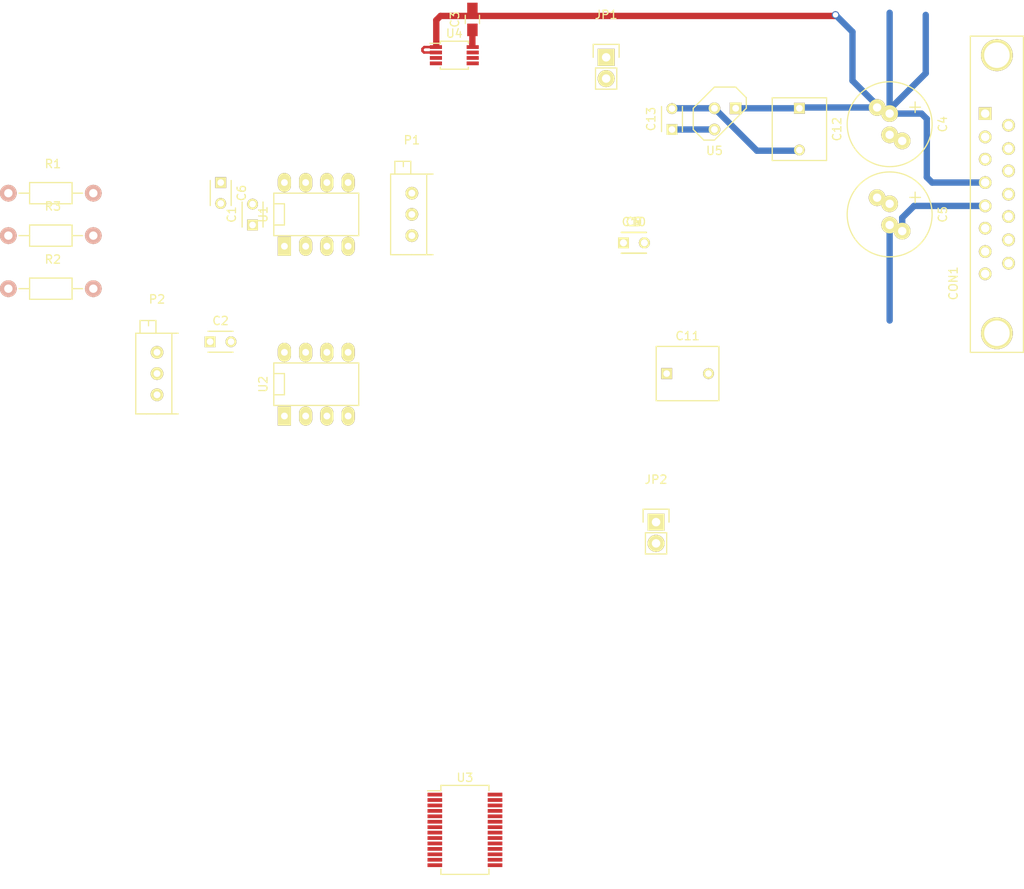
<source format=kicad_pcb>
(kicad_pcb (version 4) (host pcbnew "(2014-11-17 BZR 5290)-product")

  (general
    (links 90)
    (no_connects 77)
    (area 73.67651 68.326 208.280001 182.539)
    (thickness 1.6)
    (drawings 0)
    (tracks 39)
    (zones 0)
    (modules 26)
    (nets 25)
  )

  (page A4)
  (layers
    (0 F.Cu signal)
    (31 B.Cu signal)
    (32 B.Adhes user)
    (33 F.Adhes user)
    (34 B.Paste user)
    (35 F.Paste user)
    (36 B.SilkS user)
    (37 F.SilkS user)
    (38 B.Mask user)
    (39 F.Mask user)
    (40 Dwgs.User user)
    (41 Cmts.User user)
    (42 Eco1.User user)
    (43 Eco2.User user)
    (44 Edge.Cuts user)
    (45 Margin user)
    (46 B.CrtYd user)
    (47 F.CrtYd user)
    (48 B.Fab user)
    (49 F.Fab user)
  )

  (setup
    (last_trace_width 0.3)
    (user_trace_width 0.3)
    (user_trace_width 0.38)
    (user_trace_width 0.51)
    (user_trace_width 0.64)
    (user_trace_width 0.76)
    (user_trace_width 1.02)
    (trace_clearance 0.127)
    (zone_clearance 0.508)
    (zone_45_only no)
    (trace_min 0.254)
    (segment_width 0.2)
    (edge_width 0.1)
    (via_size 0.889)
    (via_drill 0.635)
    (via_min_size 0.889)
    (via_min_drill 0.508)
    (uvia_size 0.508)
    (uvia_drill 0.127)
    (uvias_allowed no)
    (uvia_min_size 0.508)
    (uvia_min_drill 0.127)
    (pcb_text_width 0.3)
    (pcb_text_size 1.5 1.5)
    (mod_edge_width 0.15)
    (mod_text_size 1 1)
    (mod_text_width 0.15)
    (pad_size 1.5 1.5)
    (pad_drill 0.6)
    (pad_to_mask_clearance 0)
    (aux_axis_origin 0 0)
    (visible_elements 7FFFFFFF)
    (pcbplotparams
      (layerselection 0x00030_80000001)
      (usegerberextensions false)
      (excludeedgelayer true)
      (linewidth 0.100000)
      (plotframeref false)
      (viasonmask false)
      (mode 1)
      (useauxorigin false)
      (hpglpennumber 1)
      (hpglpenspeed 20)
      (hpglpendiameter 15)
      (hpglpenoverlay 2)
      (psnegative false)
      (psa4output false)
      (plotreference true)
      (plotvalue true)
      (plotinvisibletext false)
      (padsonsilk false)
      (subtractmaskfromsilk false)
      (outputformat 1)
      (mirror false)
      (drillshape 1)
      (scaleselection 1)
      (outputdirectory ""))
  )

  (net 0 "")
  (net 1 "Net-(C1-Pad1)")
  (net 2 "Net-(C1-Pad2)")
  (net 3 "Net-(C2-Pad1)")
  (net 4 "Net-(C2-Pad2)")
  (net 5 GND)
  (net 6 +5V)
  (net 7 +15V)
  (net 8 -15V)
  (net 9 "Net-(C11-Pad1)")
  (net 10 /EXTREF)
  (net 11 /~CS~/LD)
  (net 12 /SDI)
  (net 13 /SCK)
  (net 14 /SRO)
  (net 15 /REF)
  (net 16 "Net-(P1-Pad3)")
  (net 17 "Net-(P1-Pad1)")
  (net 18 "Net-(P2-Pad3)")
  (net 19 "Net-(P2-Pad1)")
  (net 20 "Net-(R1-Pad1)")
  (net 21 "Net-(R2-Pad1)")
  (net 22 "Net-(R3-Pad1)")
  (net 23 "Net-(U1-Pad5)")
  (net 24 "Net-(U2-Pad5)")

  (net_class Default "Dies ist die voreingestellte Netzklasse."
    (clearance 0.127)
    (trace_width 0.254)
    (via_dia 0.889)
    (via_drill 0.635)
    (uvia_dia 0.508)
    (uvia_drill 0.127)
    (add_net +15V)
    (add_net +5V)
    (add_net -15V)
    (add_net /EXTREF)
    (add_net /REF)
    (add_net /SCK)
    (add_net /SDI)
    (add_net /SRO)
    (add_net /~CS~/LD)
    (add_net GND)
    (add_net "Net-(C1-Pad1)")
    (add_net "Net-(C1-Pad2)")
    (add_net "Net-(C11-Pad1)")
    (add_net "Net-(C2-Pad1)")
    (add_net "Net-(C2-Pad2)")
    (add_net "Net-(P1-Pad1)")
    (add_net "Net-(P1-Pad3)")
    (add_net "Net-(P2-Pad1)")
    (add_net "Net-(P2-Pad3)")
    (add_net "Net-(R1-Pad1)")
    (add_net "Net-(R2-Pad1)")
    (add_net "Net-(R3-Pad1)")
    (add_net "Net-(U1-Pad5)")
    (add_net "Net-(U2-Pad5)")
  )

  (module Capacitors_ThroughHole:C_Disc_D3_P2.5 (layer F.Cu) (tedit 552E7A63) (tstamp 552E7AB7)
    (at 104.14 102.87 90)
    (descr "Capacitor 3mm Disc, Pitch 2.5mm")
    (tags Capacitor)
    (path /552D75A0)
    (fp_text reference C1 (at 1.25 -2.5 90) (layer F.SilkS)
      (effects (font (size 1 1) (thickness 0.15)))
    )
    (fp_text value 150p (at 1.25 2.5 90) (layer F.Fab)
      (effects (font (size 1 1) (thickness 0.15)))
    )
    (fp_line (start -0.9 -1.5) (end 3.4 -1.5) (layer F.CrtYd) (width 0.05))
    (fp_line (start 3.4 -1.5) (end 3.4 1.5) (layer F.CrtYd) (width 0.05))
    (fp_line (start 3.4 1.5) (end -0.9 1.5) (layer F.CrtYd) (width 0.05))
    (fp_line (start -0.9 1.5) (end -0.9 -1.5) (layer F.CrtYd) (width 0.05))
    (fp_line (start -0.25 -1.25) (end 2.75 -1.25) (layer F.SilkS) (width 0.15))
    (fp_line (start 2.75 1.25) (end -0.25 1.25) (layer F.SilkS) (width 0.15))
    (pad 1 thru_hole rect (at 0 0 90) (size 1.3 1.3) (drill 0.8) (layers *.Cu *.Mask F.SilkS)
      (net 1 "Net-(C1-Pad1)"))
    (pad 2 thru_hole circle (at 2.5 0 90) (size 1.3 1.3) (drill 0.8001) (layers *.Cu *.Mask F.SilkS)
      (net 2 "Net-(C1-Pad2)"))
    (model Capacitors_ThroughHole.3dshapes/C_Disc_D3_P2.5.wrl
      (at (xyz 0.0492126 0 0))
      (scale (xyz 1 1 1))
      (rotate (xyz 0 0 0))
    )
  )

  (module Capacitors_ThroughHole:C_Disc_D3_P2.5 (layer F.Cu) (tedit 552E7A63) (tstamp 552E7ABD)
    (at 99.06 116.84)
    (descr "Capacitor 3mm Disc, Pitch 2.5mm")
    (tags Capacitor)
    (path /552D9940)
    (fp_text reference C2 (at 1.25 -2.5) (layer F.SilkS)
      (effects (font (size 1 1) (thickness 0.15)))
    )
    (fp_text value 27p (at 1.25 2.5) (layer F.Fab)
      (effects (font (size 1 1) (thickness 0.15)))
    )
    (fp_line (start -0.9 -1.5) (end 3.4 -1.5) (layer F.CrtYd) (width 0.05))
    (fp_line (start 3.4 -1.5) (end 3.4 1.5) (layer F.CrtYd) (width 0.05))
    (fp_line (start 3.4 1.5) (end -0.9 1.5) (layer F.CrtYd) (width 0.05))
    (fp_line (start -0.9 1.5) (end -0.9 -1.5) (layer F.CrtYd) (width 0.05))
    (fp_line (start -0.25 -1.25) (end 2.75 -1.25) (layer F.SilkS) (width 0.15))
    (fp_line (start 2.75 1.25) (end -0.25 1.25) (layer F.SilkS) (width 0.15))
    (pad 1 thru_hole rect (at 0 0) (size 1.3 1.3) (drill 0.8) (layers *.Cu *.Mask F.SilkS)
      (net 3 "Net-(C2-Pad1)"))
    (pad 2 thru_hole circle (at 2.5 0) (size 1.3 1.3) (drill 0.8001) (layers *.Cu *.Mask F.SilkS)
      (net 4 "Net-(C2-Pad2)"))
    (model Capacitors_ThroughHole.3dshapes/C_Disc_D3_P2.5.wrl
      (at (xyz 0.0492126 0 0))
      (scale (xyz 1 1 1))
      (rotate (xyz 0 0 0))
    )
  )

  (module Capacitors_SMD:C_0805_HandSoldering (layer F.Cu) (tedit 541A9B8D) (tstamp 552E7AC3)
    (at 130.43408 78.26756 90)
    (descr "Capacitor SMD 0805, hand soldering")
    (tags "capacitor 0805")
    (path /552E6809)
    (attr smd)
    (fp_text reference C3 (at 0 -2.1 90) (layer F.SilkS)
      (effects (font (size 1 1) (thickness 0.15)))
    )
    (fp_text value 100n (at 0 2.1 90) (layer F.Fab)
      (effects (font (size 1 1) (thickness 0.15)))
    )
    (fp_line (start -2.3 -1) (end 2.3 -1) (layer F.CrtYd) (width 0.05))
    (fp_line (start -2.3 1) (end 2.3 1) (layer F.CrtYd) (width 0.05))
    (fp_line (start -2.3 -1) (end -2.3 1) (layer F.CrtYd) (width 0.05))
    (fp_line (start 2.3 -1) (end 2.3 1) (layer F.CrtYd) (width 0.05))
    (fp_line (start 0.5 -0.85) (end -0.5 -0.85) (layer F.SilkS) (width 0.15))
    (fp_line (start -0.5 0.85) (end 0.5 0.85) (layer F.SilkS) (width 0.15))
    (pad 1 smd rect (at -1.25 0 90) (size 1.5 1.25) (layers F.Cu F.Paste F.Mask)
      (net 5 GND))
    (pad 2 smd rect (at 1.25 0 90) (size 1.5 1.25) (layers F.Cu F.Paste F.Mask)
      (net 6 +5V))
    (model Capacitors_SMD.3dshapes/C_0805_HandSoldering.wrl
      (at (xyz 0 0 0))
      (scale (xyz 1 1 1))
      (rotate (xyz 0 0 0))
    )
  )

  (module Capacitors_Elko_ThroughHole:Elko_vert_20x10mm_RM2.5to5_CopperClear (layer F.Cu) (tedit 552E7A63) (tstamp 552E7ACB)
    (at 180.34 90.805 270)
    (descr "Electrolytic Capacitor, vertical, diameter 10mm, RM 2,5-5mm, Copper without +, radial,")
    (tags "Electrolytic Capacitor, vertical, diameter 10mm, RM 2,5-5mm, Elko, Electrolytkondensator, Kondensator gepolt, Durchmesser 10mm, Copper without +,  radial,")
    (path /552EBB79)
    (fp_text reference C4 (at 0 -6.35 270) (layer F.SilkS)
      (effects (font (size 1 1) (thickness 0.15)))
    )
    (fp_text value 100µ (at 0 6.35 270) (layer F.Fab)
      (effects (font (size 1 1) (thickness 0.15)))
    )
    (fp_line (start -2.032 -3.683) (end -2.032 -2.413) (layer F.SilkS) (width 0.15))
    (fp_line (start -2.667 -3.048) (end -1.397 -3.048) (layer F.SilkS) (width 0.15))
    (fp_circle (center 0 0) (end 5.08 0) (layer F.SilkS) (width 0.15))
    (pad 1 thru_hole circle (at -1.27 0 270) (size 1.99898 1.99898) (drill 1.00076) (layers *.Cu *.Mask F.SilkS)
      (net 7 +15V))
    (pad 1 thru_hole circle (at -1.99898 1.50114 270) (size 1.99898 1.99898) (drill 1.00076) (layers *.Cu *.Mask F.SilkS)
      (net 7 +15V))
    (pad 2 thru_hole circle (at 1.27 0 270) (size 1.99898 1.99898) (drill 1.00076) (layers *.Cu *.Mask F.SilkS)
      (net 5 GND))
    (pad 2 thru_hole circle (at 1.99898 -1.50114 270) (size 1.99898 1.99898) (drill 1.00076) (layers *.Cu *.Mask F.SilkS)
      (net 5 GND))
  )

  (module Capacitors_Elko_ThroughHole:Elko_vert_20x10mm_RM2.5to5_CopperClear (layer F.Cu) (tedit 552E7A63) (tstamp 552E7AD3)
    (at 180.34 101.6 270)
    (descr "Electrolytic Capacitor, vertical, diameter 10mm, RM 2,5-5mm, Copper without +, radial,")
    (tags "Electrolytic Capacitor, vertical, diameter 10mm, RM 2,5-5mm, Elko, Electrolytkondensator, Kondensator gepolt, Durchmesser 10mm, Copper without +,  radial,")
    (path /552EBBA8)
    (fp_text reference C5 (at 0 -6.35 270) (layer F.SilkS)
      (effects (font (size 1 1) (thickness 0.15)))
    )
    (fp_text value 100µ (at 0 6.35 270) (layer F.Fab)
      (effects (font (size 1 1) (thickness 0.15)))
    )
    (fp_line (start -2.032 -3.683) (end -2.032 -2.413) (layer F.SilkS) (width 0.15))
    (fp_line (start -2.667 -3.048) (end -1.397 -3.048) (layer F.SilkS) (width 0.15))
    (fp_circle (center 0 0) (end 5.08 0) (layer F.SilkS) (width 0.15))
    (pad 1 thru_hole circle (at -1.27 0 270) (size 1.99898 1.99898) (drill 1.00076) (layers *.Cu *.Mask F.SilkS)
      (net 5 GND))
    (pad 1 thru_hole circle (at -1.99898 1.50114 270) (size 1.99898 1.99898) (drill 1.00076) (layers *.Cu *.Mask F.SilkS)
      (net 5 GND))
    (pad 2 thru_hole circle (at 1.27 0 270) (size 1.99898 1.99898) (drill 1.00076) (layers *.Cu *.Mask F.SilkS)
      (net 8 -15V))
    (pad 2 thru_hole circle (at 1.99898 -1.50114 270) (size 1.99898 1.99898) (drill 1.00076) (layers *.Cu *.Mask F.SilkS)
      (net 8 -15V))
  )

  (module Capacitors_ThroughHole:C_Disc_D3_P2.5 (layer F.Cu) (tedit 552E7A63) (tstamp 552E7AD9)
    (at 100.33 97.79 270)
    (descr "Capacitor 3mm Disc, Pitch 2.5mm")
    (tags Capacitor)
    (path /552F0759)
    (fp_text reference C6 (at 1.25 -2.5 270) (layer F.SilkS)
      (effects (font (size 1 1) (thickness 0.15)))
    )
    (fp_text value 100n (at 1.25 2.5 270) (layer F.Fab)
      (effects (font (size 1 1) (thickness 0.15)))
    )
    (fp_line (start -0.9 -1.5) (end 3.4 -1.5) (layer F.CrtYd) (width 0.05))
    (fp_line (start 3.4 -1.5) (end 3.4 1.5) (layer F.CrtYd) (width 0.05))
    (fp_line (start 3.4 1.5) (end -0.9 1.5) (layer F.CrtYd) (width 0.05))
    (fp_line (start -0.9 1.5) (end -0.9 -1.5) (layer F.CrtYd) (width 0.05))
    (fp_line (start -0.25 -1.25) (end 2.75 -1.25) (layer F.SilkS) (width 0.15))
    (fp_line (start 2.75 1.25) (end -0.25 1.25) (layer F.SilkS) (width 0.15))
    (pad 1 thru_hole rect (at 0 0 270) (size 1.3 1.3) (drill 0.8) (layers *.Cu *.Mask F.SilkS)
      (net 7 +15V))
    (pad 2 thru_hole circle (at 2.5 0 270) (size 1.3 1.3) (drill 0.8001) (layers *.Cu *.Mask F.SilkS)
      (net 5 GND))
    (model Capacitors_ThroughHole.3dshapes/C_Disc_D3_P2.5.wrl
      (at (xyz 0.0492126 0 0))
      (scale (xyz 1 1 1))
      (rotate (xyz 0 0 0))
    )
  )

  (module Capacitors_ThroughHole:C_Disc_D3_P2.5 (layer F.Cu) (tedit 552E7A63) (tstamp 552E7D52)
    (at 148.5011 105.0036)
    (descr "Capacitor 3mm Disc, Pitch 2.5mm")
    (tags Capacitor)
    (path /552F0797)
    (fp_text reference C7 (at 1.25 -2.5) (layer F.SilkS)
      (effects (font (size 1 1) (thickness 0.15)))
    )
    (fp_text value 100n (at 1.25 2.5) (layer F.Fab)
      (effects (font (size 1 1) (thickness 0.15)))
    )
    (fp_line (start -0.9 -1.5) (end 3.4 -1.5) (layer F.CrtYd) (width 0.05))
    (fp_line (start 3.4 -1.5) (end 3.4 1.5) (layer F.CrtYd) (width 0.05))
    (fp_line (start 3.4 1.5) (end -0.9 1.5) (layer F.CrtYd) (width 0.05))
    (fp_line (start -0.9 1.5) (end -0.9 -1.5) (layer F.CrtYd) (width 0.05))
    (fp_line (start -0.25 -1.25) (end 2.75 -1.25) (layer F.SilkS) (width 0.15))
    (fp_line (start 2.75 1.25) (end -0.25 1.25) (layer F.SilkS) (width 0.15))
    (pad 1 thru_hole rect (at 0 0) (size 1.3 1.3) (drill 0.8) (layers *.Cu *.Mask F.SilkS)
      (net 5 GND))
    (pad 2 thru_hole circle (at 2.5 0) (size 1.3 1.3) (drill 0.8001) (layers *.Cu *.Mask F.SilkS)
      (net 8 -15V))
    (model Capacitors_ThroughHole.3dshapes/C_Disc_D3_P2.5.wrl
      (at (xyz 0.0492126 0 0))
      (scale (xyz 1 1 1))
      (rotate (xyz 0 0 0))
    )
  )

  (module Capacitors_ThroughHole:C_Disc_D3_P2.5 (layer F.Cu) (tedit 552E7A63) (tstamp 552E7AE5)
    (at 148.5011 105.0036)
    (descr "Capacitor 3mm Disc, Pitch 2.5mm")
    (tags Capacitor)
    (path /552F077A)
    (fp_text reference C8 (at 1.25 -2.5) (layer F.SilkS)
      (effects (font (size 1 1) (thickness 0.15)))
    )
    (fp_text value 100n (at 1.25 2.5) (layer F.Fab)
      (effects (font (size 1 1) (thickness 0.15)))
    )
    (fp_line (start -0.9 -1.5) (end 3.4 -1.5) (layer F.CrtYd) (width 0.05))
    (fp_line (start 3.4 -1.5) (end 3.4 1.5) (layer F.CrtYd) (width 0.05))
    (fp_line (start 3.4 1.5) (end -0.9 1.5) (layer F.CrtYd) (width 0.05))
    (fp_line (start -0.9 1.5) (end -0.9 -1.5) (layer F.CrtYd) (width 0.05))
    (fp_line (start -0.25 -1.25) (end 2.75 -1.25) (layer F.SilkS) (width 0.15))
    (fp_line (start 2.75 1.25) (end -0.25 1.25) (layer F.SilkS) (width 0.15))
    (pad 1 thru_hole rect (at 0 0) (size 1.3 1.3) (drill 0.8) (layers *.Cu *.Mask F.SilkS)
      (net 7 +15V))
    (pad 2 thru_hole circle (at 2.5 0) (size 1.3 1.3) (drill 0.8001) (layers *.Cu *.Mask F.SilkS)
      (net 5 GND))
    (model Capacitors_ThroughHole.3dshapes/C_Disc_D3_P2.5.wrl
      (at (xyz 0.0492126 0 0))
      (scale (xyz 1 1 1))
      (rotate (xyz 0 0 0))
    )
  )

  (module Capacitors_ThroughHole:C_Disc_D3_P2.5 (layer F.Cu) (tedit 552E7A63) (tstamp 552E7AEB)
    (at 148.5011 105.0036)
    (descr "Capacitor 3mm Disc, Pitch 2.5mm")
    (tags Capacitor)
    (path /552F07B6)
    (fp_text reference C9 (at 1.25 -2.5) (layer F.SilkS)
      (effects (font (size 1 1) (thickness 0.15)))
    )
    (fp_text value 100n (at 1.25 2.5) (layer F.Fab)
      (effects (font (size 1 1) (thickness 0.15)))
    )
    (fp_line (start -0.9 -1.5) (end 3.4 -1.5) (layer F.CrtYd) (width 0.05))
    (fp_line (start 3.4 -1.5) (end 3.4 1.5) (layer F.CrtYd) (width 0.05))
    (fp_line (start 3.4 1.5) (end -0.9 1.5) (layer F.CrtYd) (width 0.05))
    (fp_line (start -0.9 1.5) (end -0.9 -1.5) (layer F.CrtYd) (width 0.05))
    (fp_line (start -0.25 -1.25) (end 2.75 -1.25) (layer F.SilkS) (width 0.15))
    (fp_line (start 2.75 1.25) (end -0.25 1.25) (layer F.SilkS) (width 0.15))
    (pad 1 thru_hole rect (at 0 0) (size 1.3 1.3) (drill 0.8) (layers *.Cu *.Mask F.SilkS)
      (net 5 GND))
    (pad 2 thru_hole circle (at 2.5 0) (size 1.3 1.3) (drill 0.8001) (layers *.Cu *.Mask F.SilkS)
      (net 8 -15V))
    (model Capacitors_ThroughHole.3dshapes/C_Disc_D3_P2.5.wrl
      (at (xyz 0.0492126 0 0))
      (scale (xyz 1 1 1))
      (rotate (xyz 0 0 0))
    )
  )

  (module Capacitors_ThroughHole:C_Disc_D3_P2.5 (layer F.Cu) (tedit 552E7A63) (tstamp 552E7AF1)
    (at 148.5011 105.0036)
    (descr "Capacitor 3mm Disc, Pitch 2.5mm")
    (tags Capacitor)
    (path /552F3534)
    (fp_text reference C10 (at 1.25 -2.5) (layer F.SilkS)
      (effects (font (size 1 1) (thickness 0.15)))
    )
    (fp_text value 100n (at 1.25 2.5) (layer F.Fab)
      (effects (font (size 1 1) (thickness 0.15)))
    )
    (fp_line (start -0.9 -1.5) (end 3.4 -1.5) (layer F.CrtYd) (width 0.05))
    (fp_line (start 3.4 -1.5) (end 3.4 1.5) (layer F.CrtYd) (width 0.05))
    (fp_line (start 3.4 1.5) (end -0.9 1.5) (layer F.CrtYd) (width 0.05))
    (fp_line (start -0.9 1.5) (end -0.9 -1.5) (layer F.CrtYd) (width 0.05))
    (fp_line (start -0.25 -1.25) (end 2.75 -1.25) (layer F.SilkS) (width 0.15))
    (fp_line (start 2.75 1.25) (end -0.25 1.25) (layer F.SilkS) (width 0.15))
    (pad 1 thru_hole rect (at 0 0) (size 1.3 1.3) (drill 0.8) (layers *.Cu *.Mask F.SilkS)
      (net 7 +15V))
    (pad 2 thru_hole circle (at 2.5 0) (size 1.3 1.3) (drill 0.8001) (layers *.Cu *.Mask F.SilkS)
      (net 5 GND))
    (model Capacitors_ThroughHole.3dshapes/C_Disc_D3_P2.5.wrl
      (at (xyz 0.0492126 0 0))
      (scale (xyz 1 1 1))
      (rotate (xyz 0 0 0))
    )
  )

  (module Capacitors_ThroughHole:C_Rect_L7.5_W6.5_P5 (layer F.Cu) (tedit 552E7A63) (tstamp 552E7AF7)
    (at 153.67 120.65)
    (descr "Film Capacitor Length 7.5mm x Width 6.5mm, Pitch 5mm")
    (tags Capacitor)
    (path /552F34EF)
    (fp_text reference C11 (at 2.5 -4.5) (layer F.SilkS)
      (effects (font (size 1 1) (thickness 0.15)))
    )
    (fp_text value 10µ (at 2.5 4.5) (layer F.Fab)
      (effects (font (size 1 1) (thickness 0.15)))
    )
    (fp_line (start -1.5 -3.5) (end 6.5 -3.5) (layer F.CrtYd) (width 0.05))
    (fp_line (start 6.5 -3.5) (end 6.5 3.5) (layer F.CrtYd) (width 0.05))
    (fp_line (start 6.5 3.5) (end -1.5 3.5) (layer F.CrtYd) (width 0.05))
    (fp_line (start -1.5 3.5) (end -1.5 -3.5) (layer F.CrtYd) (width 0.05))
    (fp_line (start -1.25 -3.25) (end 6.25 -3.25) (layer F.SilkS) (width 0.15))
    (fp_line (start 6.25 -3.25) (end 6.25 3.25) (layer F.SilkS) (width 0.15))
    (fp_line (start 6.25 3.25) (end -1.25 3.25) (layer F.SilkS) (width 0.15))
    (fp_line (start -1.25 3.25) (end -1.25 -3.25) (layer F.SilkS) (width 0.15))
    (pad 1 thru_hole rect (at 0 0) (size 1.3 1.3) (drill 0.8) (layers *.Cu *.Mask F.SilkS)
      (net 9 "Net-(C11-Pad1)"))
    (pad 2 thru_hole circle (at 5 0) (size 1.3 1.3) (drill 0.8) (layers *.Cu *.Mask F.SilkS)
      (net 5 GND))
  )

  (module Capacitors_ThroughHole:C_Rect_L7.5_W6.5_P5 (layer F.Cu) (tedit 552E7A63) (tstamp 552E7AFD)
    (at 169.545 88.9 270)
    (descr "Film Capacitor Length 7.5mm x Width 6.5mm, Pitch 5mm")
    (tags Capacitor)
    (path /5530635E)
    (fp_text reference C12 (at 2.5 -4.5 270) (layer F.SilkS)
      (effects (font (size 1 1) (thickness 0.15)))
    )
    (fp_text value 330n (at 2.5 4.5 270) (layer F.Fab)
      (effects (font (size 1 1) (thickness 0.15)))
    )
    (fp_line (start -1.5 -3.5) (end 6.5 -3.5) (layer F.CrtYd) (width 0.05))
    (fp_line (start 6.5 -3.5) (end 6.5 3.5) (layer F.CrtYd) (width 0.05))
    (fp_line (start 6.5 3.5) (end -1.5 3.5) (layer F.CrtYd) (width 0.05))
    (fp_line (start -1.5 3.5) (end -1.5 -3.5) (layer F.CrtYd) (width 0.05))
    (fp_line (start -1.25 -3.25) (end 6.25 -3.25) (layer F.SilkS) (width 0.15))
    (fp_line (start 6.25 -3.25) (end 6.25 3.25) (layer F.SilkS) (width 0.15))
    (fp_line (start 6.25 3.25) (end -1.25 3.25) (layer F.SilkS) (width 0.15))
    (fp_line (start -1.25 3.25) (end -1.25 -3.25) (layer F.SilkS) (width 0.15))
    (pad 1 thru_hole rect (at 0 0 270) (size 1.3 1.3) (drill 0.8) (layers *.Cu *.Mask F.SilkS)
      (net 7 +15V))
    (pad 2 thru_hole circle (at 5 0 270) (size 1.3 1.3) (drill 0.8) (layers *.Cu *.Mask F.SilkS)
      (net 5 GND))
  )

  (module Capacitors_ThroughHole:C_Disc_D3_P2.5 (layer F.Cu) (tedit 552E7A63) (tstamp 552E7B03)
    (at 154.305 91.44 90)
    (descr "Capacitor 3mm Disc, Pitch 2.5mm")
    (tags Capacitor)
    (path /55306397)
    (fp_text reference C13 (at 1.25 -2.5 90) (layer F.SilkS)
      (effects (font (size 1 1) (thickness 0.15)))
    )
    (fp_text value 10n (at 1.25 2.5 90) (layer F.Fab)
      (effects (font (size 1 1) (thickness 0.15)))
    )
    (fp_line (start -0.9 -1.5) (end 3.4 -1.5) (layer F.CrtYd) (width 0.05))
    (fp_line (start 3.4 -1.5) (end 3.4 1.5) (layer F.CrtYd) (width 0.05))
    (fp_line (start 3.4 1.5) (end -0.9 1.5) (layer F.CrtYd) (width 0.05))
    (fp_line (start -0.9 1.5) (end -0.9 -1.5) (layer F.CrtYd) (width 0.05))
    (fp_line (start -0.25 -1.25) (end 2.75 -1.25) (layer F.SilkS) (width 0.15))
    (fp_line (start 2.75 1.25) (end -0.25 1.25) (layer F.SilkS) (width 0.15))
    (pad 1 thru_hole rect (at 0 0 90) (size 1.3 1.3) (drill 0.8) (layers *.Cu *.Mask F.SilkS)
      (net 6 +5V))
    (pad 2 thru_hole circle (at 2.5 0 90) (size 1.3 1.3) (drill 0.8001) (layers *.Cu *.Mask F.SilkS)
      (net 5 GND))
    (model Capacitors_ThroughHole.3dshapes/C_Disc_D3_P2.5.wrl
      (at (xyz 0.0492126 0 0))
      (scale (xyz 1 1 1))
      (rotate (xyz 0 0 0))
    )
  )

  (module Connect:DB15FD (layer F.Cu) (tedit 552E7A63) (tstamp 552E7B18)
    (at 193.04 99.695 90)
    (descr "Connecteur DB15 femelle droit")
    (tags "CONN DB15")
    (path /552DFB54)
    (fp_text reference CON1 (at -10.16 -5.08 270) (layer F.SilkS)
      (effects (font (size 1 1) (thickness 0.15)))
    )
    (fp_text value CONN_01X13 (at 10.16 -5.08 270) (layer F.Fab)
      (effects (font (size 1 1) (thickness 0.15)))
    )
    (fp_line (start -18.415 -3.048) (end -18.415 3.302) (layer F.SilkS) (width 0.15))
    (fp_line (start -18.415 3.302) (end 19.431 3.302) (layer F.SilkS) (width 0.15))
    (fp_line (start 19.431 3.302) (end 19.431 -3.048) (layer F.SilkS) (width 0.15))
    (fp_line (start 19.431 -3.048) (end -18.415 -3.048) (layer F.SilkS) (width 0.15))
    (pad 0 thru_hole circle (at -16.129 0.127 90) (size 3.81 3.81) (drill 3.048) (layers *.Cu *.Mask F.SilkS))
    (pad 0 thru_hole circle (at 17.145 0.127 90) (size 3.81 3.81) (drill 3.048) (layers *.Cu *.Mask F.SilkS))
    (pad 1 thru_hole rect (at 10.16 -1.27 90) (size 1.524 1.524) (drill 1.016) (layers *.Cu *.Mask F.SilkS)
      (net 5 GND))
    (pad 2 thru_hole circle (at 7.366 -1.27 90) (size 1.524 1.524) (drill 1.016) (layers *.Cu *.Mask F.SilkS)
      (net 3 "Net-(C2-Pad1)"))
    (pad 3 thru_hole circle (at 4.699 -1.27 90) (size 1.524 1.524) (drill 1.016) (layers *.Cu *.Mask F.SilkS)
      (net 5 GND))
    (pad 4 thru_hole circle (at 1.905 -1.27 90) (size 1.524 1.524) (drill 1.016) (layers *.Cu *.Mask F.SilkS)
      (net 7 +15V))
    (pad 5 thru_hole circle (at -0.889 -1.27 90) (size 1.524 1.524) (drill 1.016) (layers *.Cu *.Mask F.SilkS)
      (net 8 -15V))
    (pad 6 thru_hole circle (at -3.556 -1.27 90) (size 1.524 1.524) (drill 1.016) (layers *.Cu *.Mask F.SilkS)
      (net 5 GND))
    (pad 7 thru_hole circle (at -6.35 -1.27 90) (size 1.524 1.524) (drill 1.016) (layers *.Cu *.Mask F.SilkS)
      (net 10 /EXTREF))
    (pad 8 thru_hole circle (at -9.017 -1.27 90) (size 1.524 1.524) (drill 1.016) (layers *.Cu *.Mask F.SilkS)
      (net 5 GND))
    (pad 9 thru_hole circle (at 8.763 1.524 90) (size 1.524 1.524) (drill 1.016) (layers *.Cu *.Mask F.SilkS)
      (net 11 /~CS~/LD))
    (pad 10 thru_hole circle (at 5.969 1.524 90) (size 1.524 1.524) (drill 1.016) (layers *.Cu *.Mask F.SilkS)
      (net 12 /SDI))
    (pad 11 thru_hole circle (at 3.302 1.524 90) (size 1.524 1.524) (drill 1.016) (layers *.Cu *.Mask F.SilkS)
      (net 13 /SCK))
    (pad 12 thru_hole circle (at 0.508 1.524 90) (size 1.524 1.524) (drill 1.016) (layers *.Cu *.Mask F.SilkS)
      (net 14 /SRO))
    (pad 13 thru_hole circle (at -2.159 1.524 90) (size 1.524 1.524) (drill 1.016) (layers *.Cu *.Mask F.SilkS)
      (net 5 GND))
    (pad 14 thru_hole circle (at -4.953 1.524 90) (size 1.524 1.524) (drill 1.016) (layers *.Cu *.Mask F.SilkS))
    (pad 15 thru_hole circle (at -7.747 1.524 90) (size 1.524 1.524) (drill 1.016) (layers *.Cu *.Mask F.SilkS))
    (model Connect.3dshapes/DB15FD.wrl
      (at (xyz 0 0 0))
      (scale (xyz 1 1 1))
      (rotate (xyz 0 0 0))
    )
  )

  (module Pin_Headers:Pin_Header_Straight_1x02 (layer F.Cu) (tedit 54EA090C) (tstamp 552E7B1E)
    (at 146.431 82.804)
    (descr "Through hole pin header")
    (tags "pin header")
    (path /552F40B7)
    (fp_text reference JP1 (at 0 -5.1) (layer F.SilkS)
      (effects (font (size 1 1) (thickness 0.15)))
    )
    (fp_text value JUMPER (at 0 -3.1) (layer F.Fab)
      (effects (font (size 1 1) (thickness 0.15)))
    )
    (fp_line (start 1.27 1.27) (end 1.27 3.81) (layer F.SilkS) (width 0.15))
    (fp_line (start 1.55 -1.55) (end 1.55 0) (layer F.SilkS) (width 0.15))
    (fp_line (start -1.75 -1.75) (end -1.75 4.3) (layer F.CrtYd) (width 0.05))
    (fp_line (start 1.75 -1.75) (end 1.75 4.3) (layer F.CrtYd) (width 0.05))
    (fp_line (start -1.75 -1.75) (end 1.75 -1.75) (layer F.CrtYd) (width 0.05))
    (fp_line (start -1.75 4.3) (end 1.75 4.3) (layer F.CrtYd) (width 0.05))
    (fp_line (start 1.27 1.27) (end -1.27 1.27) (layer F.SilkS) (width 0.15))
    (fp_line (start -1.55 0) (end -1.55 -1.55) (layer F.SilkS) (width 0.15))
    (fp_line (start -1.55 -1.55) (end 1.55 -1.55) (layer F.SilkS) (width 0.15))
    (fp_line (start -1.27 1.27) (end -1.27 3.81) (layer F.SilkS) (width 0.15))
    (fp_line (start -1.27 3.81) (end 1.27 3.81) (layer F.SilkS) (width 0.15))
    (pad 1 thru_hole rect (at 0 0) (size 2.032 2.032) (drill 1.016) (layers *.Cu *.Mask F.SilkS)
      (net 9 "Net-(C11-Pad1)"))
    (pad 2 thru_hole oval (at 0 2.54) (size 2.032 2.032) (drill 1.016) (layers *.Cu *.Mask F.SilkS)
      (net 10 /EXTREF))
    (model Pin_Headers.3dshapes/Pin_Header_Straight_1x02.wrl
      (at (xyz 0 -0.05 0))
      (scale (xyz 1 1 1))
      (rotate (xyz 0 0 90))
    )
  )

  (module Pin_Headers:Pin_Header_Straight_1x02 (layer F.Cu) (tedit 54EA090C) (tstamp 552E7B24)
    (at 152.4 138.43)
    (descr "Through hole pin header")
    (tags "pin header")
    (path /552F5FCE)
    (fp_text reference JP2 (at 0 -5.1) (layer F.SilkS)
      (effects (font (size 1 1) (thickness 0.15)))
    )
    (fp_text value JUMPER (at 0 -3.1) (layer F.Fab)
      (effects (font (size 1 1) (thickness 0.15)))
    )
    (fp_line (start 1.27 1.27) (end 1.27 3.81) (layer F.SilkS) (width 0.15))
    (fp_line (start 1.55 -1.55) (end 1.55 0) (layer F.SilkS) (width 0.15))
    (fp_line (start -1.75 -1.75) (end -1.75 4.3) (layer F.CrtYd) (width 0.05))
    (fp_line (start 1.75 -1.75) (end 1.75 4.3) (layer F.CrtYd) (width 0.05))
    (fp_line (start -1.75 -1.75) (end 1.75 -1.75) (layer F.CrtYd) (width 0.05))
    (fp_line (start -1.75 4.3) (end 1.75 4.3) (layer F.CrtYd) (width 0.05))
    (fp_line (start 1.27 1.27) (end -1.27 1.27) (layer F.SilkS) (width 0.15))
    (fp_line (start -1.55 0) (end -1.55 -1.55) (layer F.SilkS) (width 0.15))
    (fp_line (start -1.55 -1.55) (end 1.55 -1.55) (layer F.SilkS) (width 0.15))
    (fp_line (start -1.27 1.27) (end -1.27 3.81) (layer F.SilkS) (width 0.15))
    (fp_line (start -1.27 3.81) (end 1.27 3.81) (layer F.SilkS) (width 0.15))
    (pad 1 thru_hole rect (at 0 0) (size 2.032 2.032) (drill 1.016) (layers *.Cu *.Mask F.SilkS)
      (net 9 "Net-(C11-Pad1)"))
    (pad 2 thru_hole oval (at 0 2.54) (size 2.032 2.032) (drill 1.016) (layers *.Cu *.Mask F.SilkS)
      (net 15 /REF))
    (model Pin_Headers.3dshapes/Pin_Header_Straight_1x02.wrl
      (at (xyz 0 -0.05 0))
      (scale (xyz 1 1 1))
      (rotate (xyz 0 0 90))
    )
  )

  (module Potentiometers:Potentiometer_Bourns_3296X_3-8Zoll_Inline_ScrewFront (layer F.Cu) (tedit 54130B64) (tstamp 552E7B2B)
    (at 123.19 104.14)
    (descr "3296, 3/8, Square, Trimpot, Trimming, Potentiometer, Bourns")
    (tags "3296, 3/8, Square, Trimpot, Trimming, Potentiometer, Bourns")
    (path /552EA283)
    (fp_text reference P1 (at 0 -11.43) (layer F.SilkS)
      (effects (font (size 1 1) (thickness 0.15)))
    )
    (fp_text value 10K (at 1.27 5.08) (layer F.Fab)
      (effects (font (size 1 1) (thickness 0.15)))
    )
    (fp_line (start -1.016 -8.89) (end -1.016 -8.255) (layer F.SilkS) (width 0.15))
    (fp_line (start -2.032 -7.366) (end -2.032 -8.89) (layer F.SilkS) (width 0.15))
    (fp_line (start -2.032 -8.89) (end -0.127 -8.89) (layer F.SilkS) (width 0.15))
    (fp_line (start -0.127 -8.89) (end -0.127 -7.366) (layer F.SilkS) (width 0.15))
    (fp_line (start 1.778 -7.366) (end 1.778 2.286) (layer F.SilkS) (width 0.15))
    (fp_line (start -1.27 2.286) (end -2.54 2.286) (layer F.SilkS) (width 0.15))
    (fp_line (start -2.54 2.286) (end -2.54 -7.366) (layer F.SilkS) (width 0.15))
    (fp_line (start -2.54 -7.366) (end 2.54 -7.366) (layer F.SilkS) (width 0.15))
    (fp_line (start 2.54 2.286) (end 0 2.286) (layer F.SilkS) (width 0.15))
    (fp_line (start 0 2.286) (end -1.27 2.286) (layer F.SilkS) (width 0.15))
    (pad 2 thru_hole circle (at 0 -2.54) (size 1.524 1.524) (drill 0.8128) (layers *.Cu *.Mask F.SilkS)
      (net 7 +15V))
    (pad 3 thru_hole circle (at 0 -5.08) (size 1.524 1.524) (drill 0.8128) (layers *.Cu *.Mask F.SilkS)
      (net 16 "Net-(P1-Pad3)"))
    (pad 1 thru_hole circle (at 0 0) (size 1.524 1.524) (drill 0.8128) (layers *.Cu *.Mask F.SilkS)
      (net 17 "Net-(P1-Pad1)"))
    (model Potentiometers.3dshapes/Potentiometer_Bourns_3296X_3-8Zoll_Inline_ScrewFront.wrl
      (at (xyz 0 0 0))
      (scale (xyz 1 1 1))
      (rotate (xyz 0 0 0))
    )
  )

  (module Potentiometers:Potentiometer_Bourns_3296X_3-8Zoll_Inline_ScrewFront (layer F.Cu) (tedit 54130B64) (tstamp 552E7B32)
    (at 92.71 123.19)
    (descr "3296, 3/8, Square, Trimpot, Trimming, Potentiometer, Bourns")
    (tags "3296, 3/8, Square, Trimpot, Trimming, Potentiometer, Bourns")
    (path /552EA8CA)
    (fp_text reference P2 (at 0 -11.43) (layer F.SilkS)
      (effects (font (size 1 1) (thickness 0.15)))
    )
    (fp_text value 10K (at 1.27 5.08) (layer F.Fab)
      (effects (font (size 1 1) (thickness 0.15)))
    )
    (fp_line (start -1.016 -8.89) (end -1.016 -8.255) (layer F.SilkS) (width 0.15))
    (fp_line (start -2.032 -7.366) (end -2.032 -8.89) (layer F.SilkS) (width 0.15))
    (fp_line (start -2.032 -8.89) (end -0.127 -8.89) (layer F.SilkS) (width 0.15))
    (fp_line (start -0.127 -8.89) (end -0.127 -7.366) (layer F.SilkS) (width 0.15))
    (fp_line (start 1.778 -7.366) (end 1.778 2.286) (layer F.SilkS) (width 0.15))
    (fp_line (start -1.27 2.286) (end -2.54 2.286) (layer F.SilkS) (width 0.15))
    (fp_line (start -2.54 2.286) (end -2.54 -7.366) (layer F.SilkS) (width 0.15))
    (fp_line (start -2.54 -7.366) (end 2.54 -7.366) (layer F.SilkS) (width 0.15))
    (fp_line (start 2.54 2.286) (end 0 2.286) (layer F.SilkS) (width 0.15))
    (fp_line (start 0 2.286) (end -1.27 2.286) (layer F.SilkS) (width 0.15))
    (pad 2 thru_hole circle (at 0 -2.54) (size 1.524 1.524) (drill 0.8128) (layers *.Cu *.Mask F.SilkS)
      (net 7 +15V))
    (pad 3 thru_hole circle (at 0 -5.08) (size 1.524 1.524) (drill 0.8128) (layers *.Cu *.Mask F.SilkS)
      (net 18 "Net-(P2-Pad3)"))
    (pad 1 thru_hole circle (at 0 0) (size 1.524 1.524) (drill 0.8128) (layers *.Cu *.Mask F.SilkS)
      (net 19 "Net-(P2-Pad1)"))
    (model Potentiometers.3dshapes/Potentiometer_Bourns_3296X_3-8Zoll_Inline_ScrewFront.wrl
      (at (xyz 0 0 0))
      (scale (xyz 1 1 1))
      (rotate (xyz 0 0 0))
    )
  )

  (module Resistors_ThroughHole:Resistor_Horizontal_RM10mm (layer F.Cu) (tedit 53F56209) (tstamp 552E7B38)
    (at 80.01 99.06)
    (descr "Resistor, Axial,  RM 10mm, 1/3W,")
    (tags "Resistor, Axial, RM 10mm, 1/3W,")
    (path /552E7374)
    (fp_text reference R1 (at 0.24892 -3.50012) (layer F.SilkS)
      (effects (font (size 1 1) (thickness 0.15)))
    )
    (fp_text value 10K (at 3.81 3.81) (layer F.Fab)
      (effects (font (size 1 1) (thickness 0.15)))
    )
    (fp_line (start -2.54 -1.27) (end 2.54 -1.27) (layer F.SilkS) (width 0.15))
    (fp_line (start 2.54 -1.27) (end 2.54 1.27) (layer F.SilkS) (width 0.15))
    (fp_line (start 2.54 1.27) (end -2.54 1.27) (layer F.SilkS) (width 0.15))
    (fp_line (start -2.54 1.27) (end -2.54 -1.27) (layer F.SilkS) (width 0.15))
    (fp_line (start -2.54 0) (end -3.81 0) (layer F.SilkS) (width 0.15))
    (fp_line (start 2.54 0) (end 3.81 0) (layer F.SilkS) (width 0.15))
    (pad 1 thru_hole circle (at -5.08 0) (size 1.99898 1.99898) (drill 1.00076) (layers *.Cu *.SilkS *.Mask)
      (net 20 "Net-(R1-Pad1)"))
    (pad 2 thru_hole circle (at 5.08 0) (size 1.99898 1.99898) (drill 1.00076) (layers *.Cu *.SilkS *.Mask)
      (net 6 +5V))
    (model Resistors_ThroughHole.3dshapes/Resistor_Horizontal_RM10mm.wrl
      (at (xyz 0 0 0))
      (scale (xyz 0.4 0.4 0.4))
      (rotate (xyz 0 0 0))
    )
  )

  (module Resistors_ThroughHole:Resistor_Horizontal_RM10mm (layer F.Cu) (tedit 53F56209) (tstamp 552E7B3E)
    (at 80.01 110.49)
    (descr "Resistor, Axial,  RM 10mm, 1/3W,")
    (tags "Resistor, Axial, RM 10mm, 1/3W,")
    (path /552E9926)
    (fp_text reference R2 (at 0.24892 -3.50012) (layer F.SilkS)
      (effects (font (size 1 1) (thickness 0.15)))
    )
    (fp_text value 10K (at 3.81 3.81) (layer F.Fab)
      (effects (font (size 1 1) (thickness 0.15)))
    )
    (fp_line (start -2.54 -1.27) (end 2.54 -1.27) (layer F.SilkS) (width 0.15))
    (fp_line (start 2.54 -1.27) (end 2.54 1.27) (layer F.SilkS) (width 0.15))
    (fp_line (start 2.54 1.27) (end -2.54 1.27) (layer F.SilkS) (width 0.15))
    (fp_line (start -2.54 1.27) (end -2.54 -1.27) (layer F.SilkS) (width 0.15))
    (fp_line (start -2.54 0) (end -3.81 0) (layer F.SilkS) (width 0.15))
    (fp_line (start 2.54 0) (end 3.81 0) (layer F.SilkS) (width 0.15))
    (pad 1 thru_hole circle (at -5.08 0) (size 1.99898 1.99898) (drill 1.00076) (layers *.Cu *.SilkS *.Mask)
      (net 21 "Net-(R2-Pad1)"))
    (pad 2 thru_hole circle (at 5.08 0) (size 1.99898 1.99898) (drill 1.00076) (layers *.Cu *.SilkS *.Mask)
      (net 6 +5V))
    (model Resistors_ThroughHole.3dshapes/Resistor_Horizontal_RM10mm.wrl
      (at (xyz 0 0 0))
      (scale (xyz 0.4 0.4 0.4))
      (rotate (xyz 0 0 0))
    )
  )

  (module Resistors_ThroughHole:Resistor_Horizontal_RM10mm (layer F.Cu) (tedit 53F56209) (tstamp 552E7B44)
    (at 80.01 104.14)
    (descr "Resistor, Axial,  RM 10mm, 1/3W,")
    (tags "Resistor, Axial, RM 10mm, 1/3W,")
    (path /552E7399)
    (fp_text reference R3 (at 0.24892 -3.50012) (layer F.SilkS)
      (effects (font (size 1 1) (thickness 0.15)))
    )
    (fp_text value 10K (at 3.81 3.81) (layer F.Fab)
      (effects (font (size 1 1) (thickness 0.15)))
    )
    (fp_line (start -2.54 -1.27) (end 2.54 -1.27) (layer F.SilkS) (width 0.15))
    (fp_line (start 2.54 -1.27) (end 2.54 1.27) (layer F.SilkS) (width 0.15))
    (fp_line (start 2.54 1.27) (end -2.54 1.27) (layer F.SilkS) (width 0.15))
    (fp_line (start -2.54 1.27) (end -2.54 -1.27) (layer F.SilkS) (width 0.15))
    (fp_line (start -2.54 0) (end -3.81 0) (layer F.SilkS) (width 0.15))
    (fp_line (start 2.54 0) (end 3.81 0) (layer F.SilkS) (width 0.15))
    (pad 1 thru_hole circle (at -5.08 0) (size 1.99898 1.99898) (drill 1.00076) (layers *.Cu *.SilkS *.Mask)
      (net 22 "Net-(R3-Pad1)"))
    (pad 2 thru_hole circle (at 5.08 0) (size 1.99898 1.99898) (drill 1.00076) (layers *.Cu *.SilkS *.Mask)
      (net 6 +5V))
    (model Resistors_ThroughHole.3dshapes/Resistor_Horizontal_RM10mm.wrl
      (at (xyz 0 0 0))
      (scale (xyz 0.4 0.4 0.4))
      (rotate (xyz 0 0 0))
    )
  )

  (module Sockets_DIP:DIP-8__300_ELL (layer F.Cu) (tedit 552E7A63) (tstamp 552E7B50)
    (at 111.76 101.6)
    (descr "8 pins DIL package, elliptical pads")
    (tags DIL)
    (path /552D7550)
    (fp_text reference U1 (at -6.35 0 90) (layer F.SilkS)
      (effects (font (size 1 1) (thickness 0.15)))
    )
    (fp_text value LT1012 (at 0 0) (layer F.Fab)
      (effects (font (size 1 1) (thickness 0.15)))
    )
    (fp_line (start -5.08 -1.27) (end -3.81 -1.27) (layer F.SilkS) (width 0.15))
    (fp_line (start -3.81 -1.27) (end -3.81 1.27) (layer F.SilkS) (width 0.15))
    (fp_line (start -3.81 1.27) (end -5.08 1.27) (layer F.SilkS) (width 0.15))
    (fp_line (start -5.08 -2.54) (end 5.08 -2.54) (layer F.SilkS) (width 0.15))
    (fp_line (start 5.08 -2.54) (end 5.08 2.54) (layer F.SilkS) (width 0.15))
    (fp_line (start 5.08 2.54) (end -5.08 2.54) (layer F.SilkS) (width 0.15))
    (fp_line (start -5.08 2.54) (end -5.08 -2.54) (layer F.SilkS) (width 0.15))
    (pad 1 thru_hole rect (at -3.81 3.81) (size 1.5748 2.286) (drill 0.8128) (layers *.Cu *.Mask F.SilkS)
      (net 17 "Net-(P1-Pad1)"))
    (pad 2 thru_hole oval (at -1.27 3.81) (size 1.5748 2.286) (drill 0.8128) (layers *.Cu *.Mask F.SilkS)
      (net 1 "Net-(C1-Pad1)"))
    (pad 3 thru_hole oval (at 1.27 3.81) (size 1.5748 2.286) (drill 0.8128) (layers *.Cu *.Mask F.SilkS)
      (net 5 GND))
    (pad 4 thru_hole oval (at 3.81 3.81) (size 1.5748 2.286) (drill 0.8128) (layers *.Cu *.Mask F.SilkS)
      (net 8 -15V))
    (pad 5 thru_hole oval (at 3.81 -3.81) (size 1.5748 2.286) (drill 0.8128) (layers *.Cu *.Mask F.SilkS)
      (net 23 "Net-(U1-Pad5)"))
    (pad 6 thru_hole oval (at 1.27 -3.81) (size 1.5748 2.286) (drill 0.8128) (layers *.Cu *.Mask F.SilkS)
      (net 2 "Net-(C1-Pad2)"))
    (pad 7 thru_hole oval (at -1.27 -3.81) (size 1.5748 2.286) (drill 0.8128) (layers *.Cu *.Mask F.SilkS)
      (net 7 +15V))
    (pad 8 thru_hole oval (at -3.81 -3.81) (size 1.5748 2.286) (drill 0.8128) (layers *.Cu *.Mask F.SilkS)
      (net 16 "Net-(P1-Pad3)"))
    (model Sockets_DIP.3dshapes/DIP-8__300_ELL.wrl
      (at (xyz 0 0 0))
      (scale (xyz 1 1 1))
      (rotate (xyz 0 0 0))
    )
  )

  (module Sockets_DIP:DIP-8__300_ELL (layer F.Cu) (tedit 552E7A63) (tstamp 552E7B5C)
    (at 111.76 121.92)
    (descr "8 pins DIL package, elliptical pads")
    (tags DIL)
    (path /552D95D0)
    (fp_text reference U2 (at -6.35 0 90) (layer F.SilkS)
      (effects (font (size 1 1) (thickness 0.15)))
    )
    (fp_text value LT1012 (at 0 0) (layer F.Fab)
      (effects (font (size 1 1) (thickness 0.15)))
    )
    (fp_line (start -5.08 -1.27) (end -3.81 -1.27) (layer F.SilkS) (width 0.15))
    (fp_line (start -3.81 -1.27) (end -3.81 1.27) (layer F.SilkS) (width 0.15))
    (fp_line (start -3.81 1.27) (end -5.08 1.27) (layer F.SilkS) (width 0.15))
    (fp_line (start -5.08 -2.54) (end 5.08 -2.54) (layer F.SilkS) (width 0.15))
    (fp_line (start 5.08 -2.54) (end 5.08 2.54) (layer F.SilkS) (width 0.15))
    (fp_line (start 5.08 2.54) (end -5.08 2.54) (layer F.SilkS) (width 0.15))
    (fp_line (start -5.08 2.54) (end -5.08 -2.54) (layer F.SilkS) (width 0.15))
    (pad 1 thru_hole rect (at -3.81 3.81) (size 1.5748 2.286) (drill 0.8128) (layers *.Cu *.Mask F.SilkS)
      (net 19 "Net-(P2-Pad1)"))
    (pad 2 thru_hole oval (at -1.27 3.81) (size 1.5748 2.286) (drill 0.8128) (layers *.Cu *.Mask F.SilkS)
      (net 4 "Net-(C2-Pad2)"))
    (pad 3 thru_hole oval (at 1.27 3.81) (size 1.5748 2.286) (drill 0.8128) (layers *.Cu *.Mask F.SilkS)
      (net 5 GND))
    (pad 4 thru_hole oval (at 3.81 3.81) (size 1.5748 2.286) (drill 0.8128) (layers *.Cu *.Mask F.SilkS)
      (net 8 -15V))
    (pad 5 thru_hole oval (at 3.81 -3.81) (size 1.5748 2.286) (drill 0.8128) (layers *.Cu *.Mask F.SilkS)
      (net 24 "Net-(U2-Pad5)"))
    (pad 6 thru_hole oval (at 1.27 -3.81) (size 1.5748 2.286) (drill 0.8128) (layers *.Cu *.Mask F.SilkS)
      (net 3 "Net-(C2-Pad1)"))
    (pad 7 thru_hole oval (at -1.27 -3.81) (size 1.5748 2.286) (drill 0.8128) (layers *.Cu *.Mask F.SilkS)
      (net 7 +15V))
    (pad 8 thru_hole oval (at -3.81 -3.81) (size 1.5748 2.286) (drill 0.8128) (layers *.Cu *.Mask F.SilkS)
      (net 18 "Net-(P2-Pad3)"))
    (model Sockets_DIP.3dshapes/DIP-8__300_ELL.wrl
      (at (xyz 0 0 0))
      (scale (xyz 1 1 1))
      (rotate (xyz 0 0 0))
    )
  )

  (module Housings_SSOP:SSOP-28_5.3x10.2mm_Pitch0.65mm (layer F.Cu) (tedit 54130A77) (tstamp 552E7B7C)
    (at 129.54 175.26)
    (descr "28-Lead Plastic Shrink Small Outline (SS)-5.30 mm Body [SSOP] (see Microchip Packaging Specification 00000049BS.pdf)")
    (tags "SSOP 0.65")
    (path /552D915B)
    (attr smd)
    (fp_text reference U3 (at 0 -6.25) (layer F.SilkS)
      (effects (font (size 1 1) (thickness 0.15)))
    )
    (fp_text value LTC2756 (at 0 6.25) (layer F.Fab)
      (effects (font (size 1 1) (thickness 0.15)))
    )
    (fp_line (start -4.75 -5.5) (end -4.75 5.5) (layer F.CrtYd) (width 0.05))
    (fp_line (start 4.75 -5.5) (end 4.75 5.5) (layer F.CrtYd) (width 0.05))
    (fp_line (start -4.75 -5.5) (end 4.75 -5.5) (layer F.CrtYd) (width 0.05))
    (fp_line (start -4.75 5.5) (end 4.75 5.5) (layer F.CrtYd) (width 0.05))
    (fp_line (start -2.875 -5.325) (end -2.875 -4.675) (layer F.SilkS) (width 0.15))
    (fp_line (start 2.875 -5.325) (end 2.875 -4.675) (layer F.SilkS) (width 0.15))
    (fp_line (start 2.875 5.325) (end 2.875 4.675) (layer F.SilkS) (width 0.15))
    (fp_line (start -2.875 5.325) (end -2.875 4.675) (layer F.SilkS) (width 0.15))
    (fp_line (start -2.875 -5.325) (end 2.875 -5.325) (layer F.SilkS) (width 0.15))
    (fp_line (start -2.875 5.325) (end 2.875 5.325) (layer F.SilkS) (width 0.15))
    (fp_line (start -2.875 -4.675) (end -4.475 -4.675) (layer F.SilkS) (width 0.15))
    (pad 1 smd rect (at -3.6 -4.225) (size 1.75 0.45) (layers F.Cu F.Paste F.Mask)
      (net 15 /REF))
    (pad 2 smd rect (at -3.6 -3.575) (size 1.75 0.45) (layers F.Cu F.Paste F.Mask)
      (net 2 "Net-(C1-Pad2)"))
    (pad 3 smd rect (at -3.6 -2.925) (size 1.75 0.45) (layers F.Cu F.Paste F.Mask)
      (net 1 "Net-(C1-Pad1)"))
    (pad 4 smd rect (at -3.6 -2.275) (size 1.75 0.45) (layers F.Cu F.Paste F.Mask)
      (net 5 GND))
    (pad 5 smd rect (at -3.6 -1.625) (size 1.75 0.45) (layers F.Cu F.Paste F.Mask)
      (net 15 /REF))
    (pad 6 smd rect (at -3.6 -0.975) (size 1.75 0.45) (layers F.Cu F.Paste F.Mask)
      (net 5 GND))
    (pad 7 smd rect (at -3.6 -0.325) (size 1.75 0.45) (layers F.Cu F.Paste F.Mask)
      (net 5 GND))
    (pad 8 smd rect (at -3.6 0.325) (size 1.75 0.45) (layers F.Cu F.Paste F.Mask)
      (net 5 GND))
    (pad 9 smd rect (at -3.6 0.975) (size 1.75 0.45) (layers F.Cu F.Paste F.Mask)
      (net 11 /~CS~/LD))
    (pad 10 smd rect (at -3.6 1.625) (size 1.75 0.45) (layers F.Cu F.Paste F.Mask)
      (net 12 /SDI))
    (pad 11 smd rect (at -3.6 2.275) (size 1.75 0.45) (layers F.Cu F.Paste F.Mask)
      (net 13 /SCK))
    (pad 12 smd rect (at -3.6 2.925) (size 1.75 0.45) (layers F.Cu F.Paste F.Mask)
      (net 14 /SRO))
    (pad 13 smd rect (at -3.6 3.575) (size 1.75 0.45) (layers F.Cu F.Paste F.Mask)
      (net 5 GND))
    (pad 14 smd rect (at -3.6 4.225) (size 1.75 0.45) (layers F.Cu F.Paste F.Mask)
      (net 6 +5V))
    (pad 15 smd rect (at 3.6 4.225) (size 1.75 0.45) (layers F.Cu F.Paste F.Mask)
      (net 5 GND))
    (pad 16 smd rect (at 3.6 3.575) (size 1.75 0.45) (layers F.Cu F.Paste F.Mask)
      (net 5 GND))
    (pad 17 smd rect (at 3.6 2.925) (size 1.75 0.45) (layers F.Cu F.Paste F.Mask)
      (net 21 "Net-(R2-Pad1)"))
    (pad 18 smd rect (at 3.6 2.275) (size 1.75 0.45) (layers F.Cu F.Paste F.Mask)
      (net 20 "Net-(R1-Pad1)"))
    (pad 19 smd rect (at 3.6 1.625) (size 1.75 0.45) (layers F.Cu F.Paste F.Mask)
      (net 5 GND))
    (pad 20 smd rect (at 3.6 0.975) (size 1.75 0.45) (layers F.Cu F.Paste F.Mask)
      (net 5 GND))
    (pad 21 smd rect (at 3.6 0.325) (size 1.75 0.45) (layers F.Cu F.Paste F.Mask)
      (net 5 GND))
    (pad 22 smd rect (at 3.6 -0.325) (size 1.75 0.45) (layers F.Cu F.Paste F.Mask)
      (net 5 GND))
    (pad 23 smd rect (at 3.6 -0.975) (size 1.75 0.45) (layers F.Cu F.Paste F.Mask)
      (net 22 "Net-(R3-Pad1)"))
    (pad 24 smd rect (at 3.6 -1.625) (size 1.75 0.45) (layers F.Cu F.Paste F.Mask)
      (net 5 GND))
    (pad 25 smd rect (at 3.6 -2.275) (size 1.75 0.45) (layers F.Cu F.Paste F.Mask)
      (net 5 GND))
    (pad 26 smd rect (at 3.6 -2.925) (size 1.75 0.45) (layers F.Cu F.Paste F.Mask)
      (net 4 "Net-(C2-Pad2)"))
    (pad 27 smd rect (at 3.6 -3.575) (size 1.75 0.45) (layers F.Cu F.Paste F.Mask)
      (net 3 "Net-(C2-Pad1)"))
    (pad 28 smd rect (at 3.6 -4.225) (size 1.75 0.45) (layers F.Cu F.Paste F.Mask)
      (net 3 "Net-(C2-Pad1)"))
    (model Housings_SSOP.3dshapes/SSOP-28_5.3x10.2mm_Pitch0.65mm.wrl
      (at (xyz 0 0 0))
      (scale (xyz 1 1 1))
      (rotate (xyz 0 0 0))
    )
  )

  (module Housings_SSOP:MSOP-8_3x3mm_Pitch0.65mm (layer F.Cu) (tedit 54130A77) (tstamp 552E7B88)
    (at 128.27 82.55)
    (descr "8-Lead Plastic Micro Small Outline Package (MS) [MSOP] (see Microchip Packaging Specification 00000049BS.pdf)")
    (tags "SSOP 0.65")
    (path /552F34C2)
    (attr smd)
    (fp_text reference U4 (at 0 -2.6) (layer F.SilkS)
      (effects (font (size 1 1) (thickness 0.15)))
    )
    (fp_text value LTC6655 (at 0 2.6) (layer F.Fab)
      (effects (font (size 1 1) (thickness 0.15)))
    )
    (fp_line (start -3.2 -1.85) (end -3.2 1.85) (layer F.CrtYd) (width 0.05))
    (fp_line (start 3.2 -1.85) (end 3.2 1.85) (layer F.CrtYd) (width 0.05))
    (fp_line (start -3.2 -1.85) (end 3.2 -1.85) (layer F.CrtYd) (width 0.05))
    (fp_line (start -3.2 1.85) (end 3.2 1.85) (layer F.CrtYd) (width 0.05))
    (fp_line (start -1.675 -1.675) (end -1.675 -1.425) (layer F.SilkS) (width 0.15))
    (fp_line (start 1.675 -1.675) (end 1.675 -1.425) (layer F.SilkS) (width 0.15))
    (fp_line (start 1.675 1.675) (end 1.675 1.425) (layer F.SilkS) (width 0.15))
    (fp_line (start -1.675 1.675) (end -1.675 1.425) (layer F.SilkS) (width 0.15))
    (fp_line (start -1.675 -1.675) (end 1.675 -1.675) (layer F.SilkS) (width 0.15))
    (fp_line (start -1.675 1.675) (end 1.675 1.675) (layer F.SilkS) (width 0.15))
    (fp_line (start -1.675 -1.425) (end -2.925 -1.425) (layer F.SilkS) (width 0.15))
    (pad 1 smd rect (at -2.2 -0.975) (size 1.45 0.45) (layers F.Cu F.Paste F.Mask)
      (net 7 +15V))
    (pad 2 smd rect (at -2.2 -0.325) (size 1.45 0.45) (layers F.Cu F.Paste F.Mask)
      (net 7 +15V))
    (pad 3 smd rect (at -2.2 0.325) (size 1.45 0.45) (layers F.Cu F.Paste F.Mask)
      (net 5 GND))
    (pad 4 smd rect (at -2.2 0.975) (size 1.45 0.45) (layers F.Cu F.Paste F.Mask)
      (net 5 GND))
    (pad 5 smd rect (at 2.2 0.975) (size 1.45 0.45) (layers F.Cu F.Paste F.Mask)
      (net 5 GND))
    (pad 6 smd rect (at 2.2 0.325) (size 1.45 0.45) (layers F.Cu F.Paste F.Mask)
      (net 9 "Net-(C11-Pad1)"))
    (pad 7 smd rect (at 2.2 -0.325) (size 1.45 0.45) (layers F.Cu F.Paste F.Mask)
      (net 9 "Net-(C11-Pad1)"))
    (pad 8 smd rect (at 2.2 -0.975) (size 1.45 0.45) (layers F.Cu F.Paste F.Mask)
      (net 5 GND))
    (model Housings_SSOP.3dshapes/MSOP-8_3x3mm_Pitch0.65mm.wrl
      (at (xyz 0 0 0))
      (scale (xyz 1 1 1))
      (rotate (xyz 0 0 0))
    )
  )

  (module Discret:LM78XX-TO92 (layer F.Cu) (tedit 552E7A63) (tstamp 552E7B8F)
    (at 160.655 90.17)
    (descr 7805)
    (tags "TR TO92")
    (path /5530505E)
    (fp_text reference U5 (at -1.27 3.81) (layer F.SilkS)
      (effects (font (size 1 1) (thickness 0.15)))
    )
    (fp_text value LM7805 (at -1.27 -5.08) (layer F.Fab)
      (effects (font (size 1 1) (thickness 0.15)))
    )
    (fp_line (start -1.27 2.54) (end 2.54 -1.27) (layer F.SilkS) (width 0.15))
    (fp_line (start 2.54 -1.27) (end 2.54 -2.54) (layer F.SilkS) (width 0.15))
    (fp_line (start 2.54 -2.54) (end 1.27 -3.81) (layer F.SilkS) (width 0.15))
    (fp_line (start 1.27 -3.81) (end -1.27 -3.81) (layer F.SilkS) (width 0.15))
    (fp_line (start -1.27 -3.81) (end -3.81 -1.27) (layer F.SilkS) (width 0.15))
    (fp_line (start -3.81 -1.27) (end -3.81 1.27) (layer F.SilkS) (width 0.15))
    (fp_line (start -3.81 1.27) (end -2.54 2.54) (layer F.SilkS) (width 0.15))
    (fp_line (start -2.54 2.54) (end -1.27 2.54) (layer F.SilkS) (width 0.15))
    (pad VI thru_hole rect (at 1.27 -1.27) (size 1.397 1.397) (drill 0.8128) (layers *.Cu *.Mask F.SilkS)
      (net 7 +15V))
    (pad GND thru_hole circle (at -1.27 -1.27) (size 1.397 1.397) (drill 0.8128) (layers *.Cu *.Mask F.SilkS)
      (net 5 GND))
    (pad VO thru_hole circle (at -1.27 1.27) (size 1.397 1.397) (drill 0.8128) (layers *.Cu *.Mask F.SilkS)
      (net 6 +5V))
    (model Discret.3dshapes/LM78XX-TO92.wrl
      (at (xyz 0 0 0))
      (scale (xyz 1 1 1))
      (rotate (xyz 0 0 0))
    )
  )

  (segment (start 130.429 80.117) (end 130.429 81.23936) (width 0.76) (layer F.Cu) (net 5))
  (segment (start 130.429 81.23936) (end 130.41884 81.24952) (width 0.76) (layer F.Cu) (net 5) (tstamp 552EC843))
  (segment (start 159.385 88.9) (end 154.345 88.9) (width 0.76) (layer B.Cu) (net 5))
  (segment (start 154.345 88.9) (end 154.305 88.94) (width 0.76) (layer B.Cu) (net 5) (tstamp 552EBDDF))
  (segment (start 159.385 88.9) (end 164.465 93.98) (width 0.76) (layer B.Cu) (net 5))
  (segment (start 164.465 93.98) (end 169.465 93.98) (width 0.76) (layer B.Cu) (net 5) (tstamp 552EBDA5))
  (segment (start 169.465 93.98) (end 169.545 93.9) (width 0.76) (layer B.Cu) (net 5) (tstamp 552EBDB2))
  (segment (start 100.33 100.33) (end 100.33 100.29) (width 0.254) (layer B.Cu) (net 5) (tstamp 552EB653))
  (segment (start 159.385 91.44) (end 154.305 91.44) (width 0.76) (layer B.Cu) (net 6))
  (segment (start 180.34 89.535) (end 180.34 89.027) (width 0.76) (layer B.Cu) (net 7))
  (segment (start 180.34 89.027) (end 184.658 84.709) (width 0.76) (layer B.Cu) (net 7) (tstamp 552EC706))
  (segment (start 184.658 84.709) (end 184.658 77.724) (width 0.76) (layer B.Cu) (net 7) (tstamp 552EC711))
  (segment (start 178.83886 88.80602) (end 178.83886 88.54186) (width 0.76) (layer B.Cu) (net 7))
  (segment (start 178.83886 88.54186) (end 175.895 85.598) (width 0.76) (layer B.Cu) (net 7) (tstamp 552EC2ED))
  (segment (start 126.111 78.359) (end 126.111 81.28) (width 0.76) (layer F.Cu) (net 7) (tstamp 552EC312))
  (segment (start 126.619 77.851) (end 126.111 78.359) (width 0.76) (layer F.Cu) (net 7) (tstamp 552EC30F))
  (segment (start 173.736 77.851) (end 126.619 77.851) (width 0.76) (layer F.Cu) (net 7) (tstamp 552EC307))
  (segment (start 173.863 77.724) (end 173.736 77.851) (width 0.76) (layer F.Cu) (net 7) (tstamp 552EC306))
  (via (at 173.863 77.724) (size 0.889) (layers F.Cu B.Cu) (net 7))
  (segment (start 175.895 79.756) (end 173.863 77.724) (width 0.76) (layer B.Cu) (net 7) (tstamp 552EC2FD))
  (segment (start 175.895 85.598) (end 175.895 79.756) (width 0.76) (layer B.Cu) (net 7) (tstamp 552EC2F7))
  (segment (start 126.07 81.575) (end 124.673 81.575) (width 0.3) (layer F.Cu) (net 7))
  (segment (start 124.643 82.225) (end 126.07 82.225) (width 0.3) (layer F.Cu) (net 7) (tstamp 552EC211))
  (segment (start 124.46 82.042) (end 124.643 82.225) (width 0.3) (layer F.Cu) (net 7) (tstamp 552EC20C))
  (segment (start 124.46 81.788) (end 124.46 82.042) (width 0.3) (layer F.Cu) (net 7) (tstamp 552EC208))
  (segment (start 124.673 81.575) (end 124.46 81.788) (width 0.3) (layer F.Cu) (net 7) (tstamp 552EC202))
  (segment (start 178.83886 88.80602) (end 169.63898 88.80602) (width 0.76) (layer B.Cu) (net 7))
  (segment (start 169.63898 88.80602) (end 169.545 88.9) (width 0.76) (layer B.Cu) (net 7) (tstamp 552EBD6A))
  (segment (start 169.545 88.9) (end 161.925 88.9) (width 0.76) (layer B.Cu) (net 7) (tstamp 552EBD6C))
  (segment (start 180.34 89.535) (end 180.34 77.47) (width 0.76) (layer B.Cu) (net 7))
  (segment (start 191.77 97.79) (end 185.42 97.79) (width 0.76) (layer B.Cu) (net 7))
  (segment (start 184.15 89.535) (end 180.34 89.535) (width 0.76) (layer B.Cu) (net 7) (tstamp 552EBADB))
  (segment (start 184.785 90.17) (end 184.15 89.535) (width 0.76) (layer B.Cu) (net 7) (tstamp 552EBAD9))
  (segment (start 184.785 97.155) (end 184.785 90.17) (width 0.76) (layer B.Cu) (net 7) (tstamp 552EBAD3))
  (segment (start 185.42 97.79) (end 184.785 97.155) (width 0.76) (layer B.Cu) (net 7) (tstamp 552EBACF))
  (segment (start 180.34 102.87) (end 180.34 114.3) (width 0.76) (layer B.Cu) (net 8))
  (segment (start 191.77 100.584) (end 183.261 100.584) (width 0.76) (layer B.Cu) (net 8))
  (segment (start 181.84114 102.00386) (end 181.84114 103.59898) (width 0.76) (layer B.Cu) (net 8) (tstamp 552EBAAA))
  (segment (start 183.261 100.584) (end 181.84114 102.00386) (width 0.76) (layer B.Cu) (net 8) (tstamp 552EBA9E))

)

</source>
